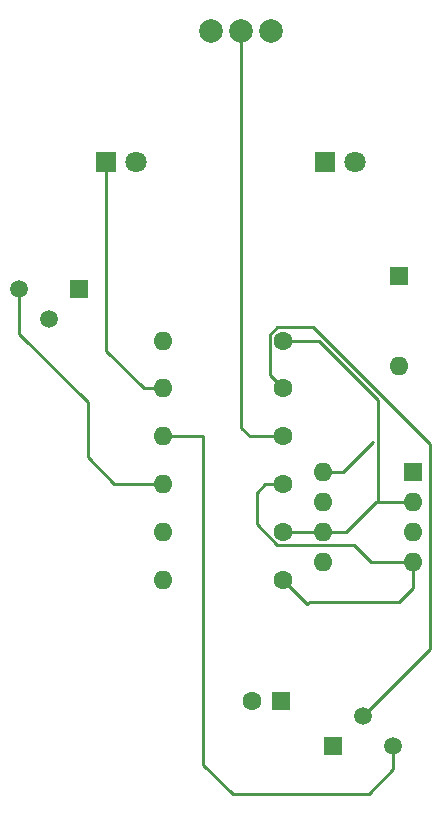
<source format=gbr>
%TF.GenerationSoftware,KiCad,Pcbnew,9.0.6*%
%TF.CreationDate,2025-11-24T07:47:15+01:00*%
%TF.ProjectId,Jo_Rabbit,4a6f5f52-6162-4626-9974-2e6b69636164,rev?*%
%TF.SameCoordinates,Original*%
%TF.FileFunction,Copper,L1,Top*%
%TF.FilePolarity,Positive*%
%FSLAX46Y46*%
G04 Gerber Fmt 4.6, Leading zero omitted, Abs format (unit mm)*
G04 Created by KiCad (PCBNEW 9.0.6) date 2025-11-24 07:47:15*
%MOMM*%
%LPD*%
G01*
G04 APERTURE LIST*
G04 Aperture macros list*
%AMRoundRect*
0 Rectangle with rounded corners*
0 $1 Rounding radius*
0 $2 $3 $4 $5 $6 $7 $8 $9 X,Y pos of 4 corners*
0 Add a 4 corners polygon primitive as box body*
4,1,4,$2,$3,$4,$5,$6,$7,$8,$9,$2,$3,0*
0 Add four circle primitives for the rounded corners*
1,1,$1+$1,$2,$3*
1,1,$1+$1,$4,$5*
1,1,$1+$1,$6,$7*
1,1,$1+$1,$8,$9*
0 Add four rect primitives between the rounded corners*
20,1,$1+$1,$2,$3,$4,$5,0*
20,1,$1+$1,$4,$5,$6,$7,0*
20,1,$1+$1,$6,$7,$8,$9,0*
20,1,$1+$1,$8,$9,$2,$3,0*%
G04 Aperture macros list end*
%TA.AperFunction,ComponentPad*%
%ADD10R,1.500000X1.500000*%
%TD*%
%TA.AperFunction,ComponentPad*%
%ADD11C,1.500000*%
%TD*%
%TA.AperFunction,ComponentPad*%
%ADD12R,1.800000X1.800000*%
%TD*%
%TA.AperFunction,ComponentPad*%
%ADD13C,1.800000*%
%TD*%
%TA.AperFunction,ComponentPad*%
%ADD14R,1.600000X1.600000*%
%TD*%
%TA.AperFunction,ComponentPad*%
%ADD15O,1.600000X1.600000*%
%TD*%
%TA.AperFunction,ComponentPad*%
%ADD16C,2.000000*%
%TD*%
%TA.AperFunction,ComponentPad*%
%ADD17C,1.600000*%
%TD*%
%TA.AperFunction,ComponentPad*%
%ADD18RoundRect,0.250000X0.550000X0.550000X-0.550000X0.550000X-0.550000X-0.550000X0.550000X-0.550000X0*%
%TD*%
%TA.AperFunction,Conductor*%
%ADD19C,0.250000*%
%TD*%
G04 APERTURE END LIST*
D10*
%TO.P,Q1,1,E*%
%TO.N,Net-(D1-K)*%
X123805000Y-146340000D03*
D11*
%TO.P,Q1,2,B*%
%TO.N,Net-(Q1-B)*%
X126345000Y-143800000D03*
%TO.P,Q1,3,C*%
%TO.N,Net-(Q1-C)*%
X128885000Y-146340000D03*
%TD*%
D12*
%TO.P,D2,1,K*%
%TO.N,Net-(D1-K)*%
X104585000Y-96875000D03*
D13*
%TO.P,D2,2,A*%
%TO.N,Net-(D1-A)*%
X107125000Y-96875000D03*
%TD*%
D10*
%TO.P,Q2,1,E*%
%TO.N,Net-(D1-A)*%
X102300000Y-107600000D03*
D11*
%TO.P,Q2,2,B*%
%TO.N,Net-(Q1-C)*%
X99760000Y-110140000D03*
%TO.P,Q2,3,C*%
%TO.N,Net-(Q2-C)*%
X97220000Y-107600000D03*
%TD*%
D12*
%TO.P,D1,1,K*%
%TO.N,Net-(D1-K)*%
X123110000Y-96850000D03*
D13*
%TO.P,D1,2,A*%
%TO.N,Net-(D1-A)*%
X125650000Y-96850000D03*
%TD*%
D14*
%TO.P,D3,1,K*%
%TO.N,Net-(D3-K)*%
X129375000Y-106515000D03*
D15*
%TO.P,D3,2,A*%
%TO.N,Net-(D3-A)*%
X129375000Y-114135000D03*
%TD*%
D16*
%TO.P,S1,1,A*%
%TO.N,Net-(S1-A-Pad1)*%
X113426000Y-85773000D03*
%TO.P,S1,2,E*%
%TO.N,Net-(S1-E)*%
X115966000Y-85773000D03*
%TO.P,S1,3,A*%
%TO.N,unconnected-(S1-A-Pad3)*%
X118506000Y-85773000D03*
%TD*%
D17*
%TO.P,R1off1,1*%
%TO.N,Net-(S1-E)*%
X119522000Y-132255000D03*
D15*
%TO.P,R1off1,2*%
%TO.N,Net-(D3-A)*%
X109362000Y-132255000D03*
%TD*%
D17*
%TO.P,R5,1*%
%TO.N,Net-(S1-E)*%
X119522000Y-120105000D03*
D15*
%TO.P,R5,2*%
%TO.N,Net-(Q1-C)*%
X109362000Y-120105000D03*
%TD*%
D17*
%TO.P,R4,1*%
%TO.N,Net-(Q1-B)*%
X119522000Y-116055000D03*
D15*
%TO.P,R4,2*%
%TO.N,Net-(D1-K)*%
X109362000Y-116055000D03*
%TD*%
D17*
%TO.P,R6,1*%
%TO.N,Net-(S1-E)*%
X119522000Y-124155000D03*
D15*
%TO.P,R6,2*%
%TO.N,Net-(Q2-C)*%
X109362000Y-124155000D03*
%TD*%
D17*
%TO.P,R4,1*%
%TO.N,Net-(D3-K)*%
X119522000Y-112005000D03*
D15*
%TO.P,R4,2*%
%TO.N,Net-(Q1-B)*%
X109362000Y-112005000D03*
%TD*%
D17*
%TO.P,R7,1*%
%TO.N,Net-(D3-K)*%
X119522000Y-128205000D03*
D15*
%TO.P,R7,2*%
%TO.N,Net-(D3-A)*%
X109362000Y-128205000D03*
%TD*%
D14*
%TO.P,NE555,1,GND*%
%TO.N,Net-(D1-K)*%
X130550000Y-123130000D03*
D15*
%TO.P,NE555,2,TR*%
%TO.N,Net-(D3-K)*%
X130550000Y-125670000D03*
%TO.P,NE555,3,Q*%
%TO.N,unconnected-(U1-Q-Pad3)*%
X130550000Y-128210000D03*
%TO.P,NE555,4,R*%
%TO.N,Net-(S1-E)*%
X130550000Y-130750000D03*
%TO.P,NE555,5,CV*%
%TO.N,unconnected-(U1-CV-Pad5)*%
X122930000Y-130750000D03*
%TO.P,NE555,6,THR*%
%TO.N,Net-(D3-K)*%
X122930000Y-128210000D03*
%TO.P,NE555,7,DIS*%
%TO.N,Net-(D3-A)*%
X122930000Y-125670000D03*
%TO.P,NE555,8,VCC*%
%TO.N,Net-(S1-E)*%
X122930000Y-123130000D03*
%TD*%
D18*
%TO.P,47uF,1*%
%TO.N,Net-(D3-K)*%
X119395000Y-142542000D03*
D17*
%TO.P,47uF,2*%
%TO.N,Net-(D1-K)*%
X116895000Y-142542000D03*
%TD*%
D19*
%TO.N,Net-(D3-K)*%
X122605000Y-112005000D02*
X127600000Y-117000000D01*
X127600000Y-117000000D02*
X127600000Y-125670000D01*
X119522000Y-112005000D02*
X122605000Y-112005000D01*
X122930000Y-128210000D02*
X124890000Y-128210000D01*
X124890000Y-128210000D02*
X127430000Y-125670000D01*
X127600000Y-125670000D02*
X130550000Y-125670000D01*
X122925000Y-128205000D02*
X122930000Y-128210000D01*
X127430000Y-125670000D02*
X127600000Y-125670000D01*
X119522000Y-128205000D02*
X122925000Y-128205000D01*
%TO.N,Net-(D1-K)*%
X107755000Y-116055000D02*
X109362000Y-116055000D01*
X104585000Y-112885000D02*
X107755000Y-116055000D01*
X104585000Y-96875000D02*
X104585000Y-112885000D01*
%TO.N,Net-(Q1-B)*%
X132000000Y-138145000D02*
X126345000Y-143800000D01*
X122116396Y-110880000D02*
X132000000Y-120763604D01*
X132000000Y-120763604D02*
X132000000Y-138145000D01*
X119522000Y-116055000D02*
X118397000Y-114930000D01*
X118397000Y-114930000D02*
X118397000Y-111546122D01*
X119063122Y-110880000D02*
X122116396Y-110880000D01*
X118397000Y-111546122D02*
X119063122Y-110880000D01*
%TO.N,Net-(Q1-C)*%
X109362000Y-120105000D02*
X112805000Y-120105000D01*
X112805000Y-120105000D02*
X112805000Y-147905000D01*
X126800000Y-150400000D02*
X128885000Y-148315000D01*
X128885000Y-148315000D02*
X128885000Y-146340000D01*
X115300000Y-150400000D02*
X126800000Y-150400000D01*
X112805000Y-147905000D02*
X115300000Y-150400000D01*
%TO.N,Net-(Q2-C)*%
X103000000Y-117200000D02*
X103000000Y-121900000D01*
X105255000Y-124155000D02*
X109362000Y-124155000D01*
X97220000Y-111420000D02*
X103000000Y-117200000D01*
X103000000Y-121900000D02*
X105255000Y-124155000D01*
X97220000Y-107600000D02*
X97220000Y-111420000D01*
%TO.N,Net-(S1-E)*%
X121600000Y-134333000D02*
X121833000Y-134100000D01*
X116705000Y-120105000D02*
X119522000Y-120105000D01*
X125535000Y-129335000D02*
X119068122Y-129335000D01*
X124630000Y-123130000D02*
X127150000Y-120610000D01*
X118045000Y-124155000D02*
X119522000Y-124155000D01*
X122930000Y-123130000D02*
X124630000Y-123130000D01*
X117300000Y-124900000D02*
X118045000Y-124155000D01*
X130550000Y-132950000D02*
X130550000Y-130750000D01*
X121833000Y-134100000D02*
X129400000Y-134100000D01*
X119068122Y-129335000D02*
X117300000Y-127566878D01*
X115966000Y-85773000D02*
X115966000Y-119366000D01*
X117300000Y-127566878D02*
X117300000Y-124900000D01*
X115966000Y-119366000D02*
X116705000Y-120105000D01*
X126950000Y-130750000D02*
X125535000Y-129335000D01*
X130550000Y-130750000D02*
X126950000Y-130750000D01*
X129400000Y-134100000D02*
X130550000Y-132950000D01*
X119522000Y-132255000D02*
X121600000Y-134333000D01*
%TD*%
M02*

</source>
